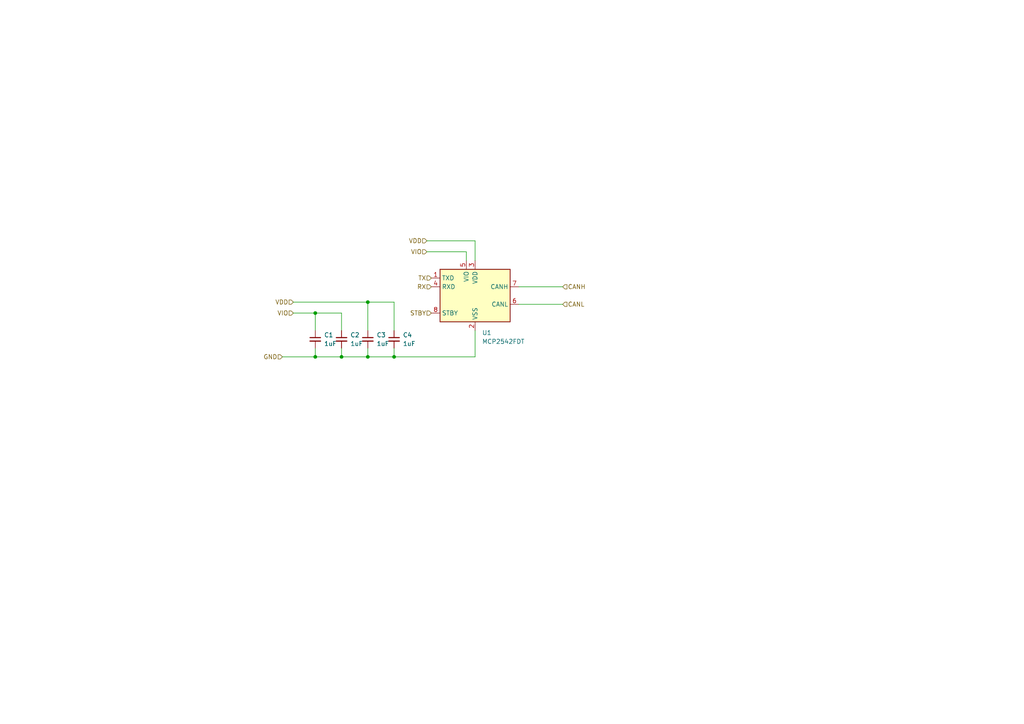
<source format=kicad_sch>
(kicad_sch (version 20211123) (generator eeschema)

  (uuid 1895faed-13c7-4877-930c-ef39a1d7419c)

  (paper "A4")

  (lib_symbols
    (symbol "Device:C_Small" (pin_numbers hide) (pin_names (offset 0.254) hide) (in_bom yes) (on_board yes)
      (property "Reference" "C" (id 0) (at 0.254 1.778 0)
        (effects (font (size 1.27 1.27)) (justify left))
      )
      (property "Value" "C_Small" (id 1) (at 0.254 -2.032 0)
        (effects (font (size 1.27 1.27)) (justify left))
      )
      (property "Footprint" "" (id 2) (at 0 0 0)
        (effects (font (size 1.27 1.27)) hide)
      )
      (property "Datasheet" "~" (id 3) (at 0 0 0)
        (effects (font (size 1.27 1.27)) hide)
      )
      (property "ki_keywords" "capacitor cap" (id 4) (at 0 0 0)
        (effects (font (size 1.27 1.27)) hide)
      )
      (property "ki_description" "Unpolarized capacitor, small symbol" (id 5) (at 0 0 0)
        (effects (font (size 1.27 1.27)) hide)
      )
      (property "ki_fp_filters" "C_*" (id 6) (at 0 0 0)
        (effects (font (size 1.27 1.27)) hide)
      )
      (symbol "C_Small_0_1"
        (polyline
          (pts
            (xy -1.524 -0.508)
            (xy 1.524 -0.508)
          )
          (stroke (width 0.3302) (type default) (color 0 0 0 0))
          (fill (type none))
        )
        (polyline
          (pts
            (xy -1.524 0.508)
            (xy 1.524 0.508)
          )
          (stroke (width 0.3048) (type default) (color 0 0 0 0))
          (fill (type none))
        )
      )
      (symbol "C_Small_1_1"
        (pin passive line (at 0 2.54 270) (length 2.032)
          (name "~" (effects (font (size 1.27 1.27))))
          (number "1" (effects (font (size 1.27 1.27))))
        )
        (pin passive line (at 0 -2.54 90) (length 2.032)
          (name "~" (effects (font (size 1.27 1.27))))
          (number "2" (effects (font (size 1.27 1.27))))
        )
      )
    )
    (symbol "Interface_CAN_LIN:MCP2542FDxMF" (in_bom yes) (on_board yes)
      (property "Reference" "U" (id 0) (at -10.16 8.89 0)
        (effects (font (size 1.27 1.27)) (justify left))
      )
      (property "Value" "MCP2542FDxMF" (id 1) (at 2.54 8.89 0)
        (effects (font (size 1.27 1.27)) (justify left))
      )
      (property "Footprint" "Package_DFN_QFN:DFN-8-1EP_3x3mm_P0.65mm_EP1.55x2.4mm" (id 2) (at 0 -12.7 0)
        (effects (font (size 1.27 1.27) italic) hide)
      )
      (property "Datasheet" "http://ww1.microchip.com/downloads/en/DeviceDoc/MCP2542FD-4FD-MCP2542WFD-4WFD-Data-Sheet20005514B.pdf" (id 3) (at 0 0 0)
        (effects (font (size 1.27 1.27)) hide)
      )
      (property "ki_keywords" "CAN transceiver" (id 4) (at 0 0 0)
        (effects (font (size 1.27 1.27)) hide)
      )
      (property "ki_description" "CAN-FD Transceiver, Wake-Up on CAN activity, 8Mbps, 5V supply, STBY pin, 3x3 DFN-8" (id 5) (at 0 0 0)
        (effects (font (size 1.27 1.27)) hide)
      )
      (property "ki_fp_filters" "DFN*1EP*3x3mm*P0.65mm*" (id 6) (at 0 0 0)
        (effects (font (size 1.27 1.27)) hide)
      )
      (symbol "MCP2542FDxMF_0_1"
        (rectangle (start -10.16 7.62) (end 10.16 -7.62)
          (stroke (width 0.254) (type default) (color 0 0 0 0))
          (fill (type background))
        )
      )
      (symbol "MCP2542FDxMF_1_1"
        (pin input line (at -12.7 5.08 0) (length 2.54)
          (name "TXD" (effects (font (size 1.27 1.27))))
          (number "1" (effects (font (size 1.27 1.27))))
        )
        (pin power_in line (at 0 -10.16 90) (length 2.54)
          (name "VSS" (effects (font (size 1.27 1.27))))
          (number "2" (effects (font (size 1.27 1.27))))
        )
        (pin power_in line (at 0 10.16 270) (length 2.54)
          (name "VDD" (effects (font (size 1.27 1.27))))
          (number "3" (effects (font (size 1.27 1.27))))
        )
        (pin output line (at -12.7 2.54 0) (length 2.54)
          (name "RXD" (effects (font (size 1.27 1.27))))
          (number "4" (effects (font (size 1.27 1.27))))
        )
        (pin power_in line (at -2.54 10.16 270) (length 2.54)
          (name "VIO" (effects (font (size 1.27 1.27))))
          (number "5" (effects (font (size 1.27 1.27))))
        )
        (pin bidirectional line (at 12.7 -2.54 180) (length 2.54)
          (name "CANL" (effects (font (size 1.27 1.27))))
          (number "6" (effects (font (size 1.27 1.27))))
        )
        (pin bidirectional line (at 12.7 2.54 180) (length 2.54)
          (name "CANH" (effects (font (size 1.27 1.27))))
          (number "7" (effects (font (size 1.27 1.27))))
        )
        (pin input line (at -12.7 -5.08 0) (length 2.54)
          (name "STBY" (effects (font (size 1.27 1.27))))
          (number "8" (effects (font (size 1.27 1.27))))
        )
        (pin passive line (at 0 -10.16 90) (length 2.54) hide
          (name "VSS" (effects (font (size 1.27 1.27))))
          (number "9" (effects (font (size 1.27 1.27))))
        )
      )
    )
  )

  (junction (at 106.68 87.63) (diameter 0) (color 0 0 0 0)
    (uuid 05902d8e-1922-4c73-b320-d1528b3a0703)
  )
  (junction (at 114.3 103.505) (diameter 0) (color 0 0 0 0)
    (uuid 3673dfd3-4dec-4d72-be32-de55d6e80fc4)
  )
  (junction (at 99.06 103.505) (diameter 0) (color 0 0 0 0)
    (uuid 3a0f87ad-d424-4477-8219-0225fbe9eb35)
  )
  (junction (at 106.68 103.505) (diameter 0) (color 0 0 0 0)
    (uuid 6a87104c-3447-481f-a583-0a8681e95384)
  )
  (junction (at 91.44 90.805) (diameter 0) (color 0 0 0 0)
    (uuid 870881b6-d444-4db1-9599-2954166b125e)
  )
  (junction (at 91.44 103.505) (diameter 0) (color 0 0 0 0)
    (uuid 998d320b-3b49-447a-a272-c0f52243deda)
  )

  (wire (pts (xy 99.06 90.805) (xy 99.06 95.885))
    (stroke (width 0) (type default) (color 0 0 0 0))
    (uuid 017c15ab-33e4-4db3-9b19-2583a98d38a1)
  )
  (wire (pts (xy 137.795 103.505) (xy 137.795 95.885))
    (stroke (width 0) (type default) (color 0 0 0 0))
    (uuid 01a5377c-d232-4297-89cd-a90fd30a8e65)
  )
  (wire (pts (xy 106.68 103.505) (xy 99.06 103.505))
    (stroke (width 0) (type default) (color 0 0 0 0))
    (uuid 1e534ac8-f907-4986-b8a6-4ea43a000c8f)
  )
  (wire (pts (xy 114.3 95.885) (xy 114.3 87.63))
    (stroke (width 0) (type default) (color 0 0 0 0))
    (uuid 2512fd31-0d65-4c33-b6f1-74edbdb5dec9)
  )
  (wire (pts (xy 114.3 103.505) (xy 106.68 103.505))
    (stroke (width 0) (type default) (color 0 0 0 0))
    (uuid 3061b948-71df-4686-bfe2-7b704700f913)
  )
  (wire (pts (xy 85.09 90.805) (xy 91.44 90.805))
    (stroke (width 0) (type default) (color 0 0 0 0))
    (uuid 34e739a3-0909-4da8-b4be-c36b432579d2)
  )
  (wire (pts (xy 114.3 100.965) (xy 114.3 103.505))
    (stroke (width 0) (type default) (color 0 0 0 0))
    (uuid 4f49c4f7-30d0-414e-b075-a0df98d670a8)
  )
  (wire (pts (xy 123.825 73.025) (xy 135.255 73.025))
    (stroke (width 0) (type default) (color 0 0 0 0))
    (uuid 6191aaf4-2517-4834-a4fb-3de85bd35cc1)
  )
  (wire (pts (xy 91.44 90.805) (xy 99.06 90.805))
    (stroke (width 0) (type default) (color 0 0 0 0))
    (uuid 63147214-d203-4536-b917-f46752cc7218)
  )
  (wire (pts (xy 106.68 87.63) (xy 85.09 87.63))
    (stroke (width 0) (type default) (color 0 0 0 0))
    (uuid 78e8b183-58b9-4143-bab5-dad8f9a38e44)
  )
  (wire (pts (xy 150.495 83.185) (xy 163.195 83.185))
    (stroke (width 0) (type default) (color 0 0 0 0))
    (uuid 7a8370f9-04bb-4499-811a-37d1cd837822)
  )
  (wire (pts (xy 135.255 73.025) (xy 135.255 75.565))
    (stroke (width 0) (type default) (color 0 0 0 0))
    (uuid 7effefb8-b853-415a-8a8f-45d8d041d907)
  )
  (wire (pts (xy 150.495 88.265) (xy 163.195 88.265))
    (stroke (width 0) (type default) (color 0 0 0 0))
    (uuid 87cbc628-6732-400e-b53e-a0da86eb1a91)
  )
  (wire (pts (xy 91.44 90.805) (xy 91.44 95.885))
    (stroke (width 0) (type default) (color 0 0 0 0))
    (uuid 9138cdb3-02cb-4fa8-9229-0b77f31646b8)
  )
  (wire (pts (xy 106.68 100.965) (xy 106.68 103.505))
    (stroke (width 0) (type default) (color 0 0 0 0))
    (uuid a4d61805-6e02-4285-af3a-98e2fdab0524)
  )
  (wire (pts (xy 114.3 87.63) (xy 106.68 87.63))
    (stroke (width 0) (type default) (color 0 0 0 0))
    (uuid b447b13d-dbc5-4b4b-8ff7-8a87e593171b)
  )
  (wire (pts (xy 81.915 103.505) (xy 91.44 103.505))
    (stroke (width 0) (type default) (color 0 0 0 0))
    (uuid b66cfce6-e20e-47a6-b6cb-e3138fa44ae1)
  )
  (wire (pts (xy 91.44 100.965) (xy 91.44 103.505))
    (stroke (width 0) (type default) (color 0 0 0 0))
    (uuid c09daa58-be4b-49fb-821a-d85cd3f1ed2b)
  )
  (wire (pts (xy 99.06 100.965) (xy 99.06 103.505))
    (stroke (width 0) (type default) (color 0 0 0 0))
    (uuid c4e4ade5-a236-4404-b0e8-6d4deb8cb38f)
  )
  (wire (pts (xy 99.06 103.505) (xy 91.44 103.505))
    (stroke (width 0) (type default) (color 0 0 0 0))
    (uuid ebc9e5ed-eacf-49a3-ba2b-b2731df91a9e)
  )
  (wire (pts (xy 137.795 69.85) (xy 137.795 75.565))
    (stroke (width 0) (type default) (color 0 0 0 0))
    (uuid eeb84477-7b47-4146-b5c4-e541ab1e4fb8)
  )
  (wire (pts (xy 114.3 103.505) (xy 137.795 103.505))
    (stroke (width 0) (type default) (color 0 0 0 0))
    (uuid f94d2abc-fb8e-466b-91d2-dea6332e20ef)
  )
  (wire (pts (xy 123.825 69.85) (xy 137.795 69.85))
    (stroke (width 0) (type default) (color 0 0 0 0))
    (uuid f9be2ca7-00a1-4b09-a8bf-363be9d9d8a2)
  )
  (wire (pts (xy 106.68 95.885) (xy 106.68 87.63))
    (stroke (width 0) (type default) (color 0 0 0 0))
    (uuid fcc26240-4f3b-4d7d-8568-034854ed3537)
  )

  (hierarchical_label "VDD" (shape input) (at 85.09 87.63 180)
    (effects (font (size 1.27 1.27)) (justify right))
    (uuid 06d27ce7-e62f-47ba-afe9-b55863d5bbda)
  )
  (hierarchical_label "GND" (shape input) (at 81.915 103.505 180)
    (effects (font (size 1.27 1.27)) (justify right))
    (uuid 3a157695-9c71-4123-9d47-e9f157bde643)
  )
  (hierarchical_label "CANL" (shape input) (at 163.195 88.265 0)
    (effects (font (size 1.27 1.27)) (justify left))
    (uuid 3c4ff77e-2d67-4af9-9fe4-a1e89bb6fee6)
  )
  (hierarchical_label "RX" (shape input) (at 125.095 83.185 180)
    (effects (font (size 1.27 1.27)) (justify right))
    (uuid 502d2d21-f032-453f-b5b9-9903a4d24284)
  )
  (hierarchical_label "VIO" (shape input) (at 85.09 90.805 180)
    (effects (font (size 1.27 1.27)) (justify right))
    (uuid 5bd20368-4c89-4ea8-9501-c782e01617a9)
  )
  (hierarchical_label "VDD" (shape input) (at 123.825 69.85 180)
    (effects (font (size 1.27 1.27)) (justify right))
    (uuid 6ae61303-3a89-4c84-8acf-6181d32a6c11)
  )
  (hierarchical_label "STBY" (shape input) (at 125.095 90.805 180)
    (effects (font (size 1.27 1.27)) (justify right))
    (uuid 6ef307db-9428-4fdc-9988-59aa76bd84b3)
  )
  (hierarchical_label "VIO" (shape input) (at 123.825 73.025 180)
    (effects (font (size 1.27 1.27)) (justify right))
    (uuid 90a5731d-e106-455e-b173-90a88376019b)
  )
  (hierarchical_label "CANH" (shape input) (at 163.195 83.185 0)
    (effects (font (size 1.27 1.27)) (justify left))
    (uuid a392bd14-80ef-4ddf-8788-d6aa8fe066a8)
  )
  (hierarchical_label "TX" (shape input) (at 125.095 80.645 180)
    (effects (font (size 1.27 1.27)) (justify right))
    (uuid d4528259-1059-4e69-b54e-a3b462f6e32a)
  )

  (symbol (lib_id "Interface_CAN_LIN:MCP2542FDxMF") (at 137.795 85.725 0) (unit 1)
    (in_bom yes) (on_board yes) (fields_autoplaced)
    (uuid 357c3af6-a264-48b2-8dc9-48fbf69e39a6)
    (property "Reference" "U1" (id 0) (at 139.8144 96.52 0)
      (effects (font (size 1.27 1.27)) (justify left))
    )
    (property "Value" "MCP2542FDT" (id 1) (at 139.8144 99.06 0)
      (effects (font (size 1.27 1.27)) (justify left))
    )
    (property "Footprint" "Package_SO:SOIC-8_3.9x4.9mm_P1.27mm" (id 2) (at 137.795 98.425 0)
      (effects (font (size 1.27 1.27) italic) hide)
    )
    (property "Datasheet" "http://ww1.microchip.com/downloads/en/DeviceDoc/MCP2542FD-4FD-MCP2542WFD-4WFD-Data-Sheet20005514B.pdf" (id 3) (at 137.795 85.725 0)
      (effects (font (size 1.27 1.27)) hide)
    )
    (property "MPN" "MCP2542FDT-E/SN" (id 4) (at 137.795 85.725 0)
      (effects (font (size 1.27 1.27)) hide)
    )
    (property "Digi-Key_PN" "MCP2542FDT-E/SNCT-ND" (id 5) (at 137.795 85.725 0)
      (effects (font (size 1.27 1.27)) hide)
    )
    (pin "1" (uuid 060b9109-0762-4444-aa1d-bc26b864828b))
    (pin "2" (uuid 8cc87eca-bc23-4486-afcd-fd2cc34c85de))
    (pin "3" (uuid 1b03728a-8fb4-45cf-aaa5-b809c779e20c))
    (pin "4" (uuid 33273233-4168-4d15-83c0-711bc4cb0459))
    (pin "5" (uuid a089a3d9-2b92-475e-b728-e2c069d183e4))
    (pin "6" (uuid 5c365b9d-10f5-4118-9b1b-01bbeaee495c))
    (pin "7" (uuid 16890070-07e5-4f03-839d-b90d76f638d4))
    (pin "8" (uuid 9472340f-fa37-4e2c-8433-10cd9ff5bc75))
    (pin "9" (uuid a2f7b13d-394d-4a2d-87f6-3ce857b98071))
  )

  (symbol (lib_id "Device:C_Small") (at 99.06 98.425 0) (unit 1)
    (in_bom yes) (on_board yes) (fields_autoplaced)
    (uuid 5c4f67fa-cbed-4638-b9ea-fb50df07e49a)
    (property "Reference" "C2" (id 0) (at 101.6 97.1612 0)
      (effects (font (size 1.27 1.27)) (justify left))
    )
    (property "Value" "1uF" (id 1) (at 101.6 99.7012 0)
      (effects (font (size 1.27 1.27)) (justify left))
    )
    (property "Footprint" "Capacitor_SMD:C_0603_1608Metric" (id 2) (at 99.06 98.425 0)
      (effects (font (size 1.27 1.27)) hide)
    )
    (property "Datasheet" "~" (id 3) (at 99.06 98.425 0)
      (effects (font (size 1.27 1.27)) hide)
    )
    (pin "1" (uuid ba1b3425-502e-42c2-bff7-6ee399d6e8b3))
    (pin "2" (uuid 65f4e95c-7817-41e0-b8f1-bca27ef95244))
  )

  (symbol (lib_id "Device:C_Small") (at 106.68 98.425 0) (unit 1)
    (in_bom yes) (on_board yes) (fields_autoplaced)
    (uuid 78ca576f-6efe-440b-9485-cf01fbcb7180)
    (property "Reference" "C3" (id 0) (at 109.22 97.1612 0)
      (effects (font (size 1.27 1.27)) (justify left))
    )
    (property "Value" "1uF" (id 1) (at 109.22 99.7012 0)
      (effects (font (size 1.27 1.27)) (justify left))
    )
    (property "Footprint" "Capacitor_SMD:C_0603_1608Metric" (id 2) (at 106.68 98.425 0)
      (effects (font (size 1.27 1.27)) hide)
    )
    (property "Datasheet" "~" (id 3) (at 106.68 98.425 0)
      (effects (font (size 1.27 1.27)) hide)
    )
    (pin "1" (uuid 83e1bfcc-a80d-4770-86de-735eb3d97c09))
    (pin "2" (uuid fba1ba02-0fb1-4e91-a66c-0cd5188527e0))
  )

  (symbol (lib_id "Device:C_Small") (at 91.44 98.425 0) (unit 1)
    (in_bom yes) (on_board yes) (fields_autoplaced)
    (uuid 8334e961-2b14-4d2f-9b96-2fa9d1a1a108)
    (property "Reference" "C1" (id 0) (at 93.98 97.1612 0)
      (effects (font (size 1.27 1.27)) (justify left))
    )
    (property "Value" "1uF" (id 1) (at 93.98 99.7012 0)
      (effects (font (size 1.27 1.27)) (justify left))
    )
    (property "Footprint" "Capacitor_SMD:C_0603_1608Metric" (id 2) (at 91.44 98.425 0)
      (effects (font (size 1.27 1.27)) hide)
    )
    (property "Datasheet" "~" (id 3) (at 91.44 98.425 0)
      (effects (font (size 1.27 1.27)) hide)
    )
    (pin "1" (uuid 6406af4b-fff3-4206-b547-ff7d61d74d97))
    (pin "2" (uuid d90cc8e1-9479-4158-98be-d437b5a83f48))
  )

  (symbol (lib_id "Device:C_Small") (at 114.3 98.425 0) (unit 1)
    (in_bom yes) (on_board yes) (fields_autoplaced)
    (uuid c6cfaf97-5b1a-4835-8198-48ec12c16e1d)
    (property "Reference" "C4" (id 0) (at 116.84 97.1612 0)
      (effects (font (size 1.27 1.27)) (justify left))
    )
    (property "Value" "1uF" (id 1) (at 116.84 99.7012 0)
      (effects (font (size 1.27 1.27)) (justify left))
    )
    (property "Footprint" "Capacitor_SMD:C_0603_1608Metric" (id 2) (at 114.3 98.425 0)
      (effects (font (size 1.27 1.27)) hide)
    )
    (property "Datasheet" "~" (id 3) (at 114.3 98.425 0)
      (effects (font (size 1.27 1.27)) hide)
    )
    (pin "1" (uuid c59cf600-324a-49bc-88a8-519419c5fec8))
    (pin "2" (uuid 0b7b8973-1fcd-4854-bfc2-1609bee8f2f4))
  )
)

</source>
